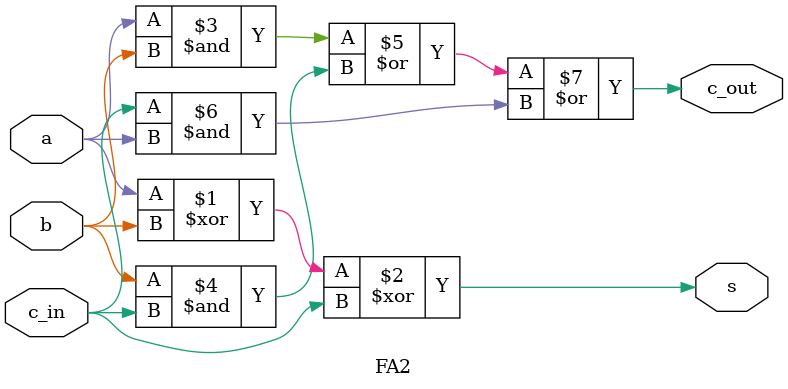
<source format=v>
`timescale 1ns / 1ps


module FA2(a, b, c_in, s, c_out);
    input a, b, c_in;
    output s, c_out;
    
    assign s = a ^ b ^ c_in;
    assign c_out = (a & b) | (b & c_in) | (c_in & a);
endmodule

</source>
